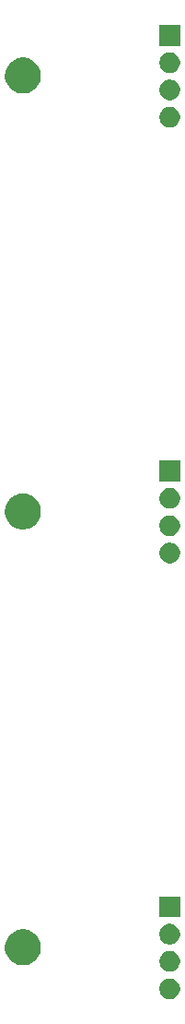
<source format=gbs>
G04 #@! TF.GenerationSoftware,KiCad,Pcbnew,(5.0.2)-1*
G04 #@! TF.CreationDate,2019-10-12T15:34:41+09:00*
G04 #@! TF.ProjectId,relay,72656c61-792e-46b6-9963-61645f706362,rev?*
G04 #@! TF.SameCoordinates,Original*
G04 #@! TF.FileFunction,Soldermask,Bot*
G04 #@! TF.FilePolarity,Negative*
%FSLAX46Y46*%
G04 Gerber Fmt 4.6, Leading zero omitted, Abs format (unit mm)*
G04 Created by KiCad (PCBNEW (5.0.2)-1) date 2019/10/12 15:34:41*
%MOMM*%
%LPD*%
G01*
G04 APERTURE LIST*
%ADD10C,0.100000*%
G04 APERTURE END LIST*
D10*
G36*
X158777396Y-137885546D02*
X158950466Y-137957234D01*
X159106230Y-138061312D01*
X159238688Y-138193770D01*
X159342766Y-138349534D01*
X159414454Y-138522604D01*
X159451000Y-138706333D01*
X159451000Y-138893667D01*
X159414454Y-139077396D01*
X159342766Y-139250466D01*
X159238688Y-139406230D01*
X159106230Y-139538688D01*
X158950466Y-139642766D01*
X158777396Y-139714454D01*
X158593667Y-139751000D01*
X158406333Y-139751000D01*
X158222604Y-139714454D01*
X158049534Y-139642766D01*
X157893770Y-139538688D01*
X157761312Y-139406230D01*
X157657234Y-139250466D01*
X157585546Y-139077396D01*
X157549000Y-138893667D01*
X157549000Y-138706333D01*
X157585546Y-138522604D01*
X157657234Y-138349534D01*
X157761312Y-138193770D01*
X157893770Y-138061312D01*
X158049534Y-137957234D01*
X158222604Y-137885546D01*
X158406333Y-137849000D01*
X158593667Y-137849000D01*
X158777396Y-137885546D01*
X158777396Y-137885546D01*
G37*
G36*
X158777396Y-135385546D02*
X158950466Y-135457234D01*
X159106230Y-135561312D01*
X159238688Y-135693770D01*
X159342766Y-135849534D01*
X159414454Y-136022604D01*
X159451000Y-136206333D01*
X159451000Y-136393667D01*
X159414454Y-136577396D01*
X159342766Y-136750466D01*
X159238688Y-136906230D01*
X159106230Y-137038688D01*
X158950466Y-137142766D01*
X158777396Y-137214454D01*
X158593667Y-137251000D01*
X158406333Y-137251000D01*
X158222604Y-137214454D01*
X158049534Y-137142766D01*
X157893770Y-137038688D01*
X157761312Y-136906230D01*
X157657234Y-136750466D01*
X157585546Y-136577396D01*
X157549000Y-136393667D01*
X157549000Y-136206333D01*
X157585546Y-136022604D01*
X157657234Y-135849534D01*
X157761312Y-135693770D01*
X157893770Y-135561312D01*
X158049534Y-135457234D01*
X158222604Y-135385546D01*
X158406333Y-135349000D01*
X158593667Y-135349000D01*
X158777396Y-135385546D01*
X158777396Y-135385546D01*
G37*
G36*
X145375256Y-133391298D02*
X145481579Y-133412447D01*
X145782042Y-133536903D01*
X146035611Y-133706333D01*
X146052454Y-133717587D01*
X146282413Y-133947546D01*
X146282415Y-133947549D01*
X146463097Y-134217958D01*
X146541081Y-134406227D01*
X146587553Y-134518422D01*
X146626547Y-134714454D01*
X146651000Y-134837391D01*
X146651000Y-135162609D01*
X146592396Y-135457234D01*
X146587553Y-135481578D01*
X146463098Y-135782040D01*
X146282413Y-136052454D01*
X146052454Y-136282413D01*
X146052451Y-136282415D01*
X145782042Y-136463097D01*
X145481579Y-136587553D01*
X145375256Y-136608702D01*
X145162611Y-136651000D01*
X144837389Y-136651000D01*
X144624744Y-136608702D01*
X144518421Y-136587553D01*
X144217958Y-136463097D01*
X143947549Y-136282415D01*
X143947546Y-136282413D01*
X143717587Y-136052454D01*
X143536902Y-135782040D01*
X143412447Y-135481578D01*
X143407605Y-135457234D01*
X143349000Y-135162609D01*
X143349000Y-134837391D01*
X143373454Y-134714454D01*
X143412447Y-134518422D01*
X143458920Y-134406227D01*
X143536903Y-134217958D01*
X143717585Y-133947549D01*
X143717587Y-133947546D01*
X143947546Y-133717587D01*
X143964389Y-133706333D01*
X144217958Y-133536903D01*
X144518421Y-133412447D01*
X144624744Y-133391298D01*
X144837389Y-133349000D01*
X145162611Y-133349000D01*
X145375256Y-133391298D01*
X145375256Y-133391298D01*
G37*
G36*
X158777396Y-132885546D02*
X158950466Y-132957234D01*
X159106230Y-133061312D01*
X159238688Y-133193770D01*
X159342766Y-133349534D01*
X159414454Y-133522604D01*
X159451000Y-133706333D01*
X159451000Y-133893667D01*
X159414454Y-134077396D01*
X159342766Y-134250466D01*
X159238688Y-134406230D01*
X159106230Y-134538688D01*
X158950466Y-134642766D01*
X158777396Y-134714454D01*
X158593667Y-134751000D01*
X158406333Y-134751000D01*
X158222604Y-134714454D01*
X158049534Y-134642766D01*
X157893770Y-134538688D01*
X157761312Y-134406230D01*
X157657234Y-134250466D01*
X157585546Y-134077396D01*
X157549000Y-133893667D01*
X157549000Y-133706333D01*
X157585546Y-133522604D01*
X157657234Y-133349534D01*
X157761312Y-133193770D01*
X157893770Y-133061312D01*
X158049534Y-132957234D01*
X158222604Y-132885546D01*
X158406333Y-132849000D01*
X158593667Y-132849000D01*
X158777396Y-132885546D01*
X158777396Y-132885546D01*
G37*
G36*
X159451000Y-132251000D02*
X157549000Y-132251000D01*
X157549000Y-130349000D01*
X159451000Y-130349000D01*
X159451000Y-132251000D01*
X159451000Y-132251000D01*
G37*
G36*
X158777396Y-97885546D02*
X158950466Y-97957234D01*
X159106230Y-98061312D01*
X159238688Y-98193770D01*
X159342766Y-98349534D01*
X159414454Y-98522604D01*
X159451000Y-98706333D01*
X159451000Y-98893667D01*
X159414454Y-99077396D01*
X159342766Y-99250466D01*
X159238688Y-99406230D01*
X159106230Y-99538688D01*
X158950466Y-99642766D01*
X158777396Y-99714454D01*
X158593667Y-99751000D01*
X158406333Y-99751000D01*
X158222604Y-99714454D01*
X158049534Y-99642766D01*
X157893770Y-99538688D01*
X157761312Y-99406230D01*
X157657234Y-99250466D01*
X157585546Y-99077396D01*
X157549000Y-98893667D01*
X157549000Y-98706333D01*
X157585546Y-98522604D01*
X157657234Y-98349534D01*
X157761312Y-98193770D01*
X157893770Y-98061312D01*
X158049534Y-97957234D01*
X158222604Y-97885546D01*
X158406333Y-97849000D01*
X158593667Y-97849000D01*
X158777396Y-97885546D01*
X158777396Y-97885546D01*
G37*
G36*
X158777396Y-95385546D02*
X158950466Y-95457234D01*
X159106230Y-95561312D01*
X159238688Y-95693770D01*
X159342766Y-95849534D01*
X159414454Y-96022604D01*
X159451000Y-96206333D01*
X159451000Y-96393667D01*
X159414454Y-96577396D01*
X159342766Y-96750466D01*
X159238688Y-96906230D01*
X159106230Y-97038688D01*
X158950466Y-97142766D01*
X158777396Y-97214454D01*
X158593667Y-97251000D01*
X158406333Y-97251000D01*
X158222604Y-97214454D01*
X158049534Y-97142766D01*
X157893770Y-97038688D01*
X157761312Y-96906230D01*
X157657234Y-96750466D01*
X157585546Y-96577396D01*
X157549000Y-96393667D01*
X157549000Y-96206333D01*
X157585546Y-96022604D01*
X157657234Y-95849534D01*
X157761312Y-95693770D01*
X157893770Y-95561312D01*
X158049534Y-95457234D01*
X158222604Y-95385546D01*
X158406333Y-95349000D01*
X158593667Y-95349000D01*
X158777396Y-95385546D01*
X158777396Y-95385546D01*
G37*
G36*
X145375256Y-93391298D02*
X145481579Y-93412447D01*
X145782042Y-93536903D01*
X146035611Y-93706333D01*
X146052454Y-93717587D01*
X146282413Y-93947546D01*
X146282415Y-93947549D01*
X146463097Y-94217958D01*
X146541081Y-94406227D01*
X146587553Y-94518422D01*
X146626547Y-94714454D01*
X146651000Y-94837391D01*
X146651000Y-95162609D01*
X146592396Y-95457234D01*
X146587553Y-95481578D01*
X146463098Y-95782040D01*
X146282413Y-96052454D01*
X146052454Y-96282413D01*
X146052451Y-96282415D01*
X145782042Y-96463097D01*
X145481579Y-96587553D01*
X145375256Y-96608702D01*
X145162611Y-96651000D01*
X144837389Y-96651000D01*
X144624744Y-96608702D01*
X144518421Y-96587553D01*
X144217958Y-96463097D01*
X143947549Y-96282415D01*
X143947546Y-96282413D01*
X143717587Y-96052454D01*
X143536902Y-95782040D01*
X143412447Y-95481578D01*
X143407605Y-95457234D01*
X143349000Y-95162609D01*
X143349000Y-94837391D01*
X143373454Y-94714454D01*
X143412447Y-94518422D01*
X143458920Y-94406227D01*
X143536903Y-94217958D01*
X143717585Y-93947549D01*
X143717587Y-93947546D01*
X143947546Y-93717587D01*
X143964389Y-93706333D01*
X144217958Y-93536903D01*
X144518421Y-93412447D01*
X144624744Y-93391298D01*
X144837389Y-93349000D01*
X145162611Y-93349000D01*
X145375256Y-93391298D01*
X145375256Y-93391298D01*
G37*
G36*
X158777396Y-92885546D02*
X158950466Y-92957234D01*
X159106230Y-93061312D01*
X159238688Y-93193770D01*
X159342766Y-93349534D01*
X159414454Y-93522604D01*
X159451000Y-93706333D01*
X159451000Y-93893667D01*
X159414454Y-94077396D01*
X159342766Y-94250466D01*
X159238688Y-94406230D01*
X159106230Y-94538688D01*
X158950466Y-94642766D01*
X158777396Y-94714454D01*
X158593667Y-94751000D01*
X158406333Y-94751000D01*
X158222604Y-94714454D01*
X158049534Y-94642766D01*
X157893770Y-94538688D01*
X157761312Y-94406230D01*
X157657234Y-94250466D01*
X157585546Y-94077396D01*
X157549000Y-93893667D01*
X157549000Y-93706333D01*
X157585546Y-93522604D01*
X157657234Y-93349534D01*
X157761312Y-93193770D01*
X157893770Y-93061312D01*
X158049534Y-92957234D01*
X158222604Y-92885546D01*
X158406333Y-92849000D01*
X158593667Y-92849000D01*
X158777396Y-92885546D01*
X158777396Y-92885546D01*
G37*
G36*
X159451000Y-92251000D02*
X157549000Y-92251000D01*
X157549000Y-90349000D01*
X159451000Y-90349000D01*
X159451000Y-92251000D01*
X159451000Y-92251000D01*
G37*
G36*
X158777396Y-57885546D02*
X158950466Y-57957234D01*
X159106230Y-58061312D01*
X159238688Y-58193770D01*
X159342766Y-58349534D01*
X159414454Y-58522604D01*
X159451000Y-58706333D01*
X159451000Y-58893667D01*
X159414454Y-59077396D01*
X159342766Y-59250466D01*
X159238688Y-59406230D01*
X159106230Y-59538688D01*
X158950466Y-59642766D01*
X158777396Y-59714454D01*
X158593667Y-59751000D01*
X158406333Y-59751000D01*
X158222604Y-59714454D01*
X158049534Y-59642766D01*
X157893770Y-59538688D01*
X157761312Y-59406230D01*
X157657234Y-59250466D01*
X157585546Y-59077396D01*
X157549000Y-58893667D01*
X157549000Y-58706333D01*
X157585546Y-58522604D01*
X157657234Y-58349534D01*
X157761312Y-58193770D01*
X157893770Y-58061312D01*
X158049534Y-57957234D01*
X158222604Y-57885546D01*
X158406333Y-57849000D01*
X158593667Y-57849000D01*
X158777396Y-57885546D01*
X158777396Y-57885546D01*
G37*
G36*
X158777396Y-55385546D02*
X158950466Y-55457234D01*
X159106230Y-55561312D01*
X159238688Y-55693770D01*
X159342766Y-55849534D01*
X159414454Y-56022604D01*
X159451000Y-56206333D01*
X159451000Y-56393667D01*
X159414454Y-56577396D01*
X159342766Y-56750466D01*
X159238688Y-56906230D01*
X159106230Y-57038688D01*
X158950466Y-57142766D01*
X158777396Y-57214454D01*
X158593667Y-57251000D01*
X158406333Y-57251000D01*
X158222604Y-57214454D01*
X158049534Y-57142766D01*
X157893770Y-57038688D01*
X157761312Y-56906230D01*
X157657234Y-56750466D01*
X157585546Y-56577396D01*
X157549000Y-56393667D01*
X157549000Y-56206333D01*
X157585546Y-56022604D01*
X157657234Y-55849534D01*
X157761312Y-55693770D01*
X157893770Y-55561312D01*
X158049534Y-55457234D01*
X158222604Y-55385546D01*
X158406333Y-55349000D01*
X158593667Y-55349000D01*
X158777396Y-55385546D01*
X158777396Y-55385546D01*
G37*
G36*
X145375256Y-53391298D02*
X145481579Y-53412447D01*
X145782042Y-53536903D01*
X146035611Y-53706333D01*
X146052454Y-53717587D01*
X146282413Y-53947546D01*
X146282415Y-53947549D01*
X146463097Y-54217958D01*
X146541081Y-54406227D01*
X146587553Y-54518422D01*
X146626547Y-54714454D01*
X146651000Y-54837391D01*
X146651000Y-55162609D01*
X146592396Y-55457234D01*
X146587553Y-55481578D01*
X146463098Y-55782040D01*
X146282413Y-56052454D01*
X146052454Y-56282413D01*
X146052451Y-56282415D01*
X145782042Y-56463097D01*
X145481579Y-56587553D01*
X145375256Y-56608702D01*
X145162611Y-56651000D01*
X144837389Y-56651000D01*
X144624744Y-56608702D01*
X144518421Y-56587553D01*
X144217958Y-56463097D01*
X143947549Y-56282415D01*
X143947546Y-56282413D01*
X143717587Y-56052454D01*
X143536902Y-55782040D01*
X143412447Y-55481578D01*
X143407605Y-55457234D01*
X143349000Y-55162609D01*
X143349000Y-54837391D01*
X143373454Y-54714454D01*
X143412447Y-54518422D01*
X143458920Y-54406227D01*
X143536903Y-54217958D01*
X143717585Y-53947549D01*
X143717587Y-53947546D01*
X143947546Y-53717587D01*
X143964389Y-53706333D01*
X144217958Y-53536903D01*
X144518421Y-53412447D01*
X144624744Y-53391298D01*
X144837389Y-53349000D01*
X145162611Y-53349000D01*
X145375256Y-53391298D01*
X145375256Y-53391298D01*
G37*
G36*
X158777396Y-52885546D02*
X158950466Y-52957234D01*
X159106230Y-53061312D01*
X159238688Y-53193770D01*
X159342766Y-53349534D01*
X159414454Y-53522604D01*
X159451000Y-53706333D01*
X159451000Y-53893667D01*
X159414454Y-54077396D01*
X159342766Y-54250466D01*
X159238688Y-54406230D01*
X159106230Y-54538688D01*
X158950466Y-54642766D01*
X158777396Y-54714454D01*
X158593667Y-54751000D01*
X158406333Y-54751000D01*
X158222604Y-54714454D01*
X158049534Y-54642766D01*
X157893770Y-54538688D01*
X157761312Y-54406230D01*
X157657234Y-54250466D01*
X157585546Y-54077396D01*
X157549000Y-53893667D01*
X157549000Y-53706333D01*
X157585546Y-53522604D01*
X157657234Y-53349534D01*
X157761312Y-53193770D01*
X157893770Y-53061312D01*
X158049534Y-52957234D01*
X158222604Y-52885546D01*
X158406333Y-52849000D01*
X158593667Y-52849000D01*
X158777396Y-52885546D01*
X158777396Y-52885546D01*
G37*
G36*
X159451000Y-52251000D02*
X157549000Y-52251000D01*
X157549000Y-50349000D01*
X159451000Y-50349000D01*
X159451000Y-52251000D01*
X159451000Y-52251000D01*
G37*
M02*

</source>
